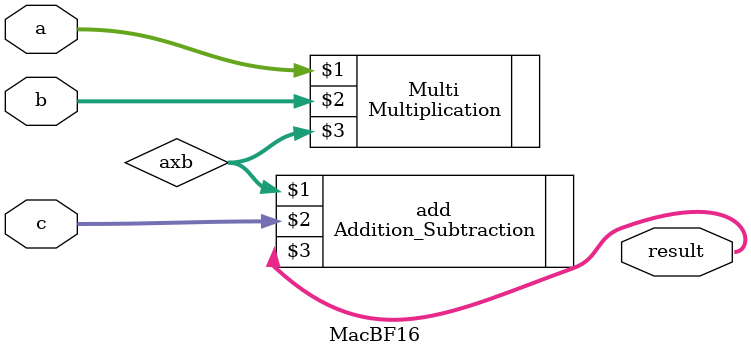
<source format=v>
module MacBF16(
		input [15:0] a,
		input [15:0] b,
		input [15:0] c,
		output [15:0] result
		);
        wire [15:0] axb;
        Multiplication Multi(
        		a,
        		b,
        		axb
        		);
		Addition_Subtraction add(axb,c, result);

endmodule
</source>
